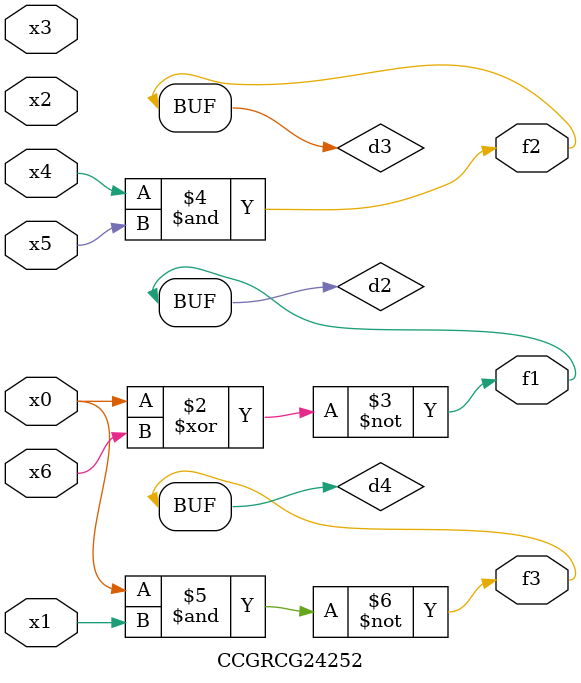
<source format=v>
module CCGRCG24252(
	input x0, x1, x2, x3, x4, x5, x6,
	output f1, f2, f3
);

	wire d1, d2, d3, d4;

	nor (d1, x0);
	xnor (d2, x0, x6);
	and (d3, x4, x5);
	nand (d4, x0, x1);
	assign f1 = d2;
	assign f2 = d3;
	assign f3 = d4;
endmodule

</source>
